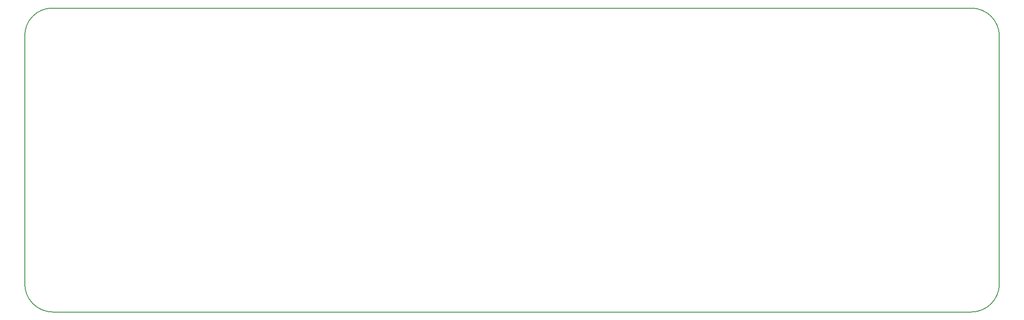
<source format=gbr>
%TF.GenerationSoftware,KiCad,Pcbnew,(6.0.0-0)*%
%TF.CreationDate,2023-03-21T22:31:33-06:00*%
%TF.ProjectId,FlippyDriver,466c6970-7079-4447-9269-7665722e6b69,D.1*%
%TF.SameCoordinates,Original*%
%TF.FileFunction,Profile,NP*%
%FSLAX46Y46*%
G04 Gerber Fmt 4.6, Leading zero omitted, Abs format (unit mm)*
G04 Created by KiCad (PCBNEW (6.0.0-0)) date 2023-03-21 22:31:33*
%MOMM*%
%LPD*%
G01*
G04 APERTURE LIST*
%TA.AperFunction,Profile*%
%ADD10C,0.150000*%
%TD*%
G04 APERTURE END LIST*
D10*
X244540000Y-121038000D02*
X244540000Y-72860000D01*
X239079000Y-126499000D02*
G75*
G03*
X244540000Y-121038000I0J5461000D01*
G01*
X244540000Y-72860000D02*
G75*
G03*
X239079000Y-67399000I-5461000J0D01*
G01*
X55100001Y-120910525D02*
G75*
G03*
X60561000Y-126500000I5460999J-126999D01*
G01*
X55100000Y-72860964D02*
X55100000Y-120910525D01*
X60432489Y-67400000D02*
G75*
G03*
X55100000Y-72860964I0J-5334000D01*
G01*
X60561000Y-126500000D02*
X239079000Y-126499000D01*
X239079000Y-67399000D02*
X60432489Y-67400000D01*
M02*

</source>
